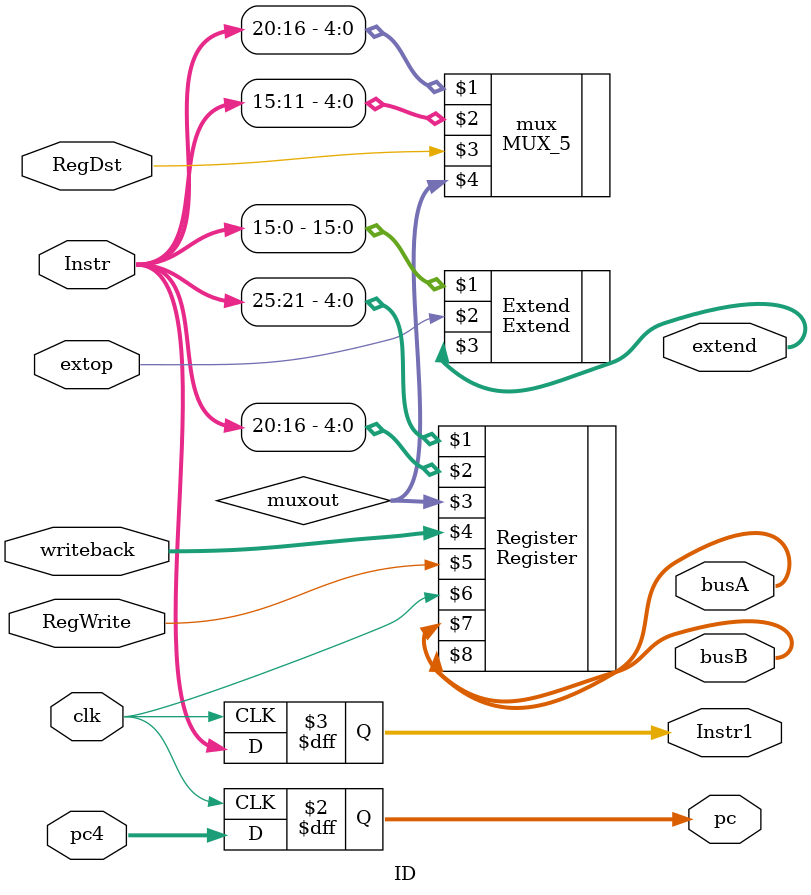
<source format=v>
`timescale 1ns / 1ps


module ID(
    input   clk,
    input   [31:0]pc4,
    input   [31:0]Instr,
    input   RegDst,
    input   RegWrite,
    input   extop,
    input   [31:0]writeback,
    output  reg [31:0]pc,
    output  [31:0]busA,
    output  [31:0]busB,
    output  [31:0]extend,
    output  reg[31:0]Instr1
    );
    wire    [4:0]muxout;

    MUX_5 mux(Instr[20:16],Instr[15:11],RegDst,muxout);
    Register Register(Instr[25:21],Instr[20:16],muxout,writeback,RegWrite,clk,busA,busB);
    Extend  Extend(Instr[15:0],extop,extend);
    always@(posedge clk)
    begin
        pc <= pc4;
        Instr1 <= Instr;
    end
endmodule

</source>
